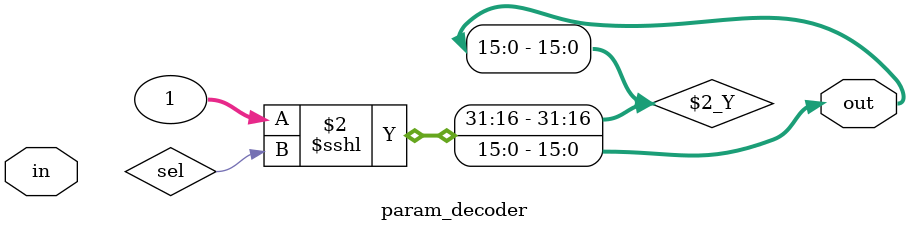
<source format=v>
module param_decoder#(parameter WID = 4)
  (input [WID-1:0] in,
  output reg [2**WID-1:0] out);

  always @ (in)
  begin
    out <= ('b1 <<< sel);
  end
endmodule

</source>
